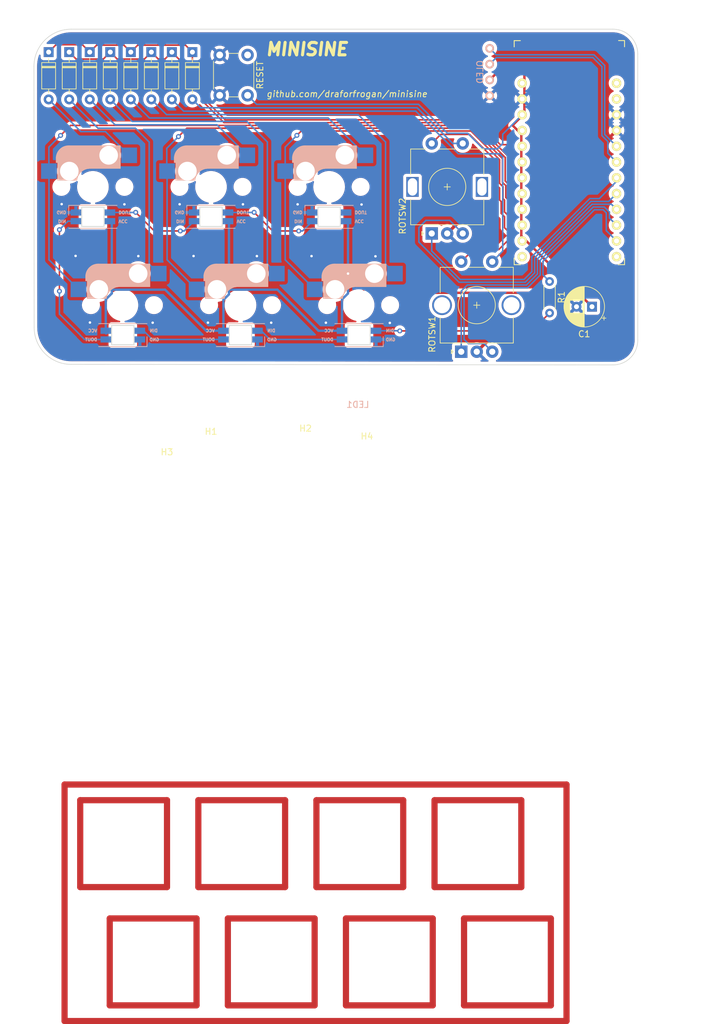
<source format=kicad_pcb>
(kicad_pcb (version 20211014) (generator pcbnew)
  (layers (0 "F.Cu" signal) (31 "B.Cu" signal) (34 "B.Paste" user) (35 "F.Paste" user) (36 "B.SilkS" user "B.Silkscreen") (37 "F.SilkS" user "F.Silkscreen") (38 "B.Mask" user) (39 "F.Mask" user) (44 "Edge.Cuts" user))
  (net 0 "")
  (net 1 "GND")
  (net 2 "Net-(LED4-Pad2)")
  (net 3 "Net-(LED1-Pad2)")
  (net 4 "Net-(LED2-Pad2)")
  (net 5 "Net-(LED3-Pad2)")
  (net 6 "SDA")
  (net 7 "SCL")
  (net 10 "Net-(LED5-Pad2)")
  (net 11 "r0")
  (net 12 "Net-(D1-Pad2)")
  (net 13 "Net-(D2-Pad2)")
  (net 15 "r1")
  (net 17 "Net-(D3-Pad2)")
  (net 18 "SK6812")
  (net 19 "rotarySwitchA_S1")
  (net 20 "Net-(D5-Pad2)")
  (net 21 "Net-(D6-Pad2)")
  (net 22 "r2")
  (net 23 "rotarySwitchA_S2")
  (net 25 "RESET")
  (net 27 "c0")
  (net 28 "c1")
  (net 29 "switchA_pinB")
  (net 30 "switchA_pinA")
  (net 31 "switchB_pinB")
  (net 32 "switchB_pinA")
  (net 33 "Net-(D4-Pad2)")
  (net 34 "Net-(LED1-Pad4)")
  (net 35 "rotarySwitchB_S1")
  (net 36 "c2")
  (net 37 "+5V")
  (footprint "MountingHole:MountingHole_2.2mm_M2_ISO7380" (layer "F.Cu") (at 189.738 131.064)
    (fp_text reference "H3")
    (fp_text value "MountingHole")
  )
  (footprint "ziggys:ProMicro_v3.5 USB C" (layer "F.Cu") (at 254.65 83.378714)
    (fp_text reference "U1" hide)
    (fp_text value "ProMicro" hide)
  )
  (footprint "Button_Switch_THT:SW_PUSH_6mm" (layer "F.Cu") (at 202.75 64.35 -90)
    (fp_text reference "RESET")
    (fp_text value "SW_Push")
  )
  (footprint "ziggys:DIODE NO K" (layer "F.Cu") (at 187.224714 63.89 -90)
    (fp_text reference "D6" hide)
    (fp_text value "D")
  )
  (footprint "kicad-footprints:CherryMX_Hotswap" (layer "F.Cu") (at 220.6625 104.648)
    (fp_text reference "MX6" hide)
    (fp_text value "MX-NoLED" hide)
  )
  (footprint "kicad-footprints:CherryMX_Hotswap" (layer "F.Cu") (at 182.5625 104.648)
    (fp_text reference "MX2" hide)
    (fp_text value "MX-NoLED" hide)
  )
  (footprint "Rotary_Encoder:RotaryEncoder_Alps_EC11E-Switch_Vertical_H20mm" (layer "F.Cu") (at 232.45 93.102 90)
    (fp_text reference "ROTSW2")
    (fp_text value "RotaryEncoder_Switch")
  )
  (footprint "ziggys:DIODE NO K" (layer "F.Cu") (at 180.6 63.89 -90)
    (fp_text reference "D4" hide)
    (fp_text value "D")
  )
  (footprint "MountingHole:MountingHole_2.2mm_M2_ISO7380" (layer "F.Cu") (at 196.85 127.762)
    (fp_text reference "H1")
    (fp_text value "MountingHole")
  )
  (footprint "MountingHole:MountingHole_2.2mm_M2_ISO7380" (layer "F.Cu") (at 212.09 127.254)
    (fp_text reference "H2")
    (fp_text value "MountingHole")
  )
  (footprint "kicad-footprints:CherryMX_Hotswap" (layer "F.Cu") (at 177.8 85.598)
    (fp_text reference "MX1" hide)
    (fp_text value "MX-NoLED" hide)
  )
  (footprint "ziggys:DIODE NO K" (layer "F.Cu") (at 190.537071 63.89 -90)
    (fp_text reference "D7" hide)
    (fp_text value "D")
  )
  (footprint "Capacitor_THT:CP_Radial_D6.3mm_P2.50mm" (layer "F.Cu") (at 258.3 104.9 180)
    (fp_text reference "C1")
    (fp_text value "C_Polarized")
  )
  (footprint "ziggys:DIODE NO K" (layer "F.Cu") (at 183.912357 63.89 -90)
    (fp_text reference "D5" hide)
    (fp_text value "D")
  )
  (footprint "Rotary_Encoder:RotaryEncoder_Alps_EC11E-Switch_Vertical_H20mm_CircularMountingHoles" (layer "F.Cu") (at 237.2125 112.152 90)
    (fp_text reference "ROTSW1")
    (fp_text value "RotaryEncoder_Switch")
  )
  (footprint "kicad-footprints:CherryMX_Hotswap" (layer "F.Cu") (at 196.85 85.598)
    (fp_text reference "MX3" hide)
    (fp_text value "MX-NoLED" hide)
  )
  (footprint "Resistor_THT:R_Axial_DIN0204_L3.6mm_D1.6mm_P5.08mm_Horizontal" (layer "F.Cu") (at 251.46 100.838 -90)
    (fp_text reference "R1")
    (fp_text value "330")
  )
  (footprint "kicad-footprints:CherryMX_Hotswap" (layer "F.Cu") (at 215.9 85.598)
    (fp_text reference "MX5" hide)
    (fp_text value "MX-NoLED" hide)
  )
  (footprint "kicad-footprints:CherryMX_Hotswap" (layer "F.Cu") (at 201.6125 104.648)
    (fp_text reference "MX4" hide)
    (fp_text value "MX-NoLED" hide)
  )
  (footprint "ziggys:DIODE NO K" (layer "F.Cu") (at 173.975286 63.89 -90)
    (fp_text reference "D2" hide)
    (fp_text value "D")
  )
  (footprint "MountingHole:MountingHole_2.2mm_M2_ISO7380" (layer "F.Cu") (at 221.996 128.524)
    (fp_text reference "H4")
    (fp_text value "MountingHole")
  )
  (footprint "ziggys:DIODE NO K" (layer "F.Cu") (at 170.662929 63.89 -90)
    (fp_text reference "D1" hide)
    (fp_text value "D")
  )
  (footprint "ziggys:DIODE NO K" (layer "F.Cu") (at 177.287643 63.89 -90)
    (fp_text reference "D3" hide)
    (fp_text value "D")
  )
  (footprint "ziggys:DIODE NO K" (layer "F.Cu") (at 193.849433 63.89 -90)
    (fp_text reference "D8" hide)
    (fp_text value "D")
  )
  (footprint "kicad-footprints:YS-SK6812MINI-E" (layer "B.Cu") (at 201.6 109.474 180)
    (fp_text reference "LED2" hide)
    (fp_text value "YS-SK6812MINI-E")
    (fp_line (start 1.8 -1.55) (end 1.8 1.55) (layer "Edge.Cuts") (width 0.12))
    (fp_line (start -1.8 -1.55) (end 1.8 -1.55) (layer "Edge.Cuts") (width 0.12))
    (fp_line (start 1.8 1.55) (end -1.8 1.55) (layer "Edge.Cuts") (width 0.12))
    (fp_line (start -1.8 1.55) (end -1.8 -1.55) (layer "Edge.Cuts") (width 0.12))
  )
  (footprint "kicad-footprints:YS-SK6812MINI-E" (layer "B.Cu") (at 182.626 109.474 180)
    (fp_text reference "LED3" hide)
    (fp_text value "YS-SK6812MINI-E")
    (fp_line (start -1.8 1.55) (end -1.8 -1.55) (layer "Edge.Cuts") (width 0.12))
    (fp_line (start -1.8 -1.55) (end 1.8 -1.55) (layer "Edge.Cuts") (width 0.12))
    (fp_line (start 1.8 -1.55) (end 1.8 1.55) (layer "Edge.Cuts") (width 0.12))
    (fp_line (start 1.8 1.55) (end -1.8 1.55) (layer "Edge.Cuts") (width 0.12))
  )
  (footprint "kicad-footprints:YS-SK6812MINI-E" (layer "B.Cu") (at 196.85 90.424)
    (fp_text reference "LED5" hide)
    (fp_text value "YS-SK6812MINI-E")
    (fp_line (start -1.8 1.55) (end -1.8 -1.55) (layer "Edge.Cuts") (width 0.12))
    (fp_line (start 1.8 -1.55) (end 1.8 1.55) (layer "Edge.Cuts") (width 0.12))
    (fp_line (start -1.8 -1.55) (end 1.8 -1.55) (layer "Edge.Cuts") (width 0.12))
    (fp_line (start 1.8 1.55) (end -1.8 1.55) (layer "Edge.Cuts") (width 0.12))
  )
  (footprint "kicad-footprints:YS-SK6812MINI-E" (layer "B.Cu") (at 215.9 90.424)
    (fp_text reference "LED6" hide)
    (fp_text value "YS-SK6812MINI-E")
    (fp_line (start 1.8 -1.55) (end 1.8 1.55) (layer "Edge.Cuts") (width 0.12))
    (fp_line (start -1.8 1.55) (end -1.8 -1.55) (layer "Edge.Cuts") (width 0.12))
    (fp_line (start -1.8 -1.55) (end 1.8 -1.55) (layer "Edge.Cuts") (width 0.12))
    (fp_line (start 1.8 1.55) (end -1.8 1.55) (layer "Edge.Cuts") (width 0.12))
  )
  (footprint "kicad-footprints:YS-SK6812MINI-E" (layer "B.Cu") (at 220.726 109.474 180)
    (fp_text reference "LED1")
    (fp_text value "YS-SK6812MINI-E")
    (fp_line (start -1.8 -1.55) (end 1.8 -1.55) (layer "Edge.Cuts") (width 0.12))
    (fp_line (start 1.8 -1.55) (end 1.8 1.55) (layer "Edge.Cuts") (width 0.12))
    (fp_line (start 1.8 1.55) (end -1.8 1.55) (layer "Edge.Cuts") (width 0.12))
    (fp_line (start -1.8 1.55) (end -1.8 -1.55) (layer "Edge.Cuts") (width 0.12))
  )
  (footprint "kicad-footprints:YS-SK6812MINI-E" (layer "B.Cu") (at 177.8 90.424)
    (fp_text reference "LED4" hide)
    (fp_text value "YS-SK6812MINI-E")
    (fp_line (start -1.8 -1.55) (end 1.8 -1.55) (layer "Edge.Cuts") (width 0.12))
    (fp_line (start 1.8 1.55) (end -1.8 1.55) (layer "Edge.Cuts") (width 0.12))
    (fp_line (start -1.8 1.55) (end -1.8 -1.55) (layer "Edge.Cuts") (width 0.12))
    (fp_line (start 1.8 -1.55) (end 1.8 1.55) (layer "Edge.Cuts") (width 0.12))
  )
  (footprint "kicad-footprints:OLED_v2" (layer "B.Cu") (at 241.8 67.1 -90)
    (fp_text reference "OL1")
    (fp_text value "OLED" hide)
  )
  (gr_line (start 180.515075 203.438497) (end 194.514615 203.438497) (layer "F.Cu") (width 1))
  (gr_line (start 254.190715 219.963904) (end 173.228 219.963904) (layer "F.Cu") (width 1))
  (gr_line (start 194.802615 184.388597) (end 208.801915 184.388597) (layer "F.Cu") (width 1))
  (gr_line (start 227.851915 184.388597) (end 227.851915 198.387997) (layer "F.Cu") (width 1))
  (gr_line (start 199.565115 203.438497) (end 213.564415 203.438497) (layer "F.Cu") (width 1))
  (gr_line (start 194.514615 203.438497) (end 194.514615 217.437957) (layer "F.Cu") (width 1))
  (gr_line (start 213.852615 184.388597) (end 227.851915 184.388597) (layer "F.Cu") (width 1))
  (gr_line (start 175.752565 184.388597) (end 189.752115 184.388597) (layer "F.Cu") (width 1))
  (gr_line (start 218.615115 217.437957) (end 218.615115 203.438497) (layer "F.Cu") (width 1))
  (gr_line (start 237.665115 217.437957) (end 237.665115 203.438497) (layer "F.Cu") (width 1))
  (gr_line (start 213.564415 203.438497) (end 213.564415 217.437957) (layer "F.Cu") (width 1))
  (gr_line (start 232.902615 184.388597) (end 246.901915 184.388597) (layer "F.Cu") (width 1))
  (gr_line (start 194.802615 198.387997) (end 194.802615 184.388597) (layer "F.Cu") (width 1))
  (gr_line (start 254.190715 181.864097) (end 254.190715 219.963904) (layer "F.Cu") (width 1))
  (gr_line (start 208.801915 198.387997) (end 194.802615 198.387997) (layer "F.Cu") (width 1))
  (gr_line (start 189.752115 184.388597) (end 189.752115 198.387997) (layer "F.Cu") (width 1))
  (gr_line (start 175.752565 198.387997) (end 175.752565 184.388597) (layer "F.Cu") (width 1))
  (gr_line (start 213.852615 198.387997) (end 213.852615 184.388597) (layer "F.Cu") (width 1))
  (gr_line (start 246.901915 198.387997) (end 232.902615 198.387997) (layer "F.Cu") (width 1))
  (gr_line (start 251.664415 217.437957) (end 237.665115 217.437957) (layer "F.Cu") (width 1))
  (gr_line (start 246.901915 184.388597) (end 246.901915 198.387997) (layer "F.Cu") (width 1))
  (gr_line (start 199.565115 217.437957) (end 199.565115 203.438497) (layer "F.Cu") (width 1))
  (gr_line (start 208.801915 184.388597) (end 208.801915 198.387997) (layer "F.Cu") (width 1))
  (gr_line (start 218.615115 203.438497) (end 232.614415 203.438497) (layer "F.Cu") (width 1))
  (gr_line (start 180.515075 217.437957) (end 180.515075 203.438497) (layer "F.Cu") (width 1))
  (gr_line (start 227.851915 198.387997) (end 213.852615 198.387997) (layer "F.Cu") (width 1))
  (gr_line (start 251.664415 203.438497) (end 251.664415 217.437957) (layer "F.Cu") (width 1))
  (gr_line (start 237.665115 203.438497) (end 251.664415 203.438497) (layer "F.Cu") (width 1))
  (gr_line (start 232.614415 217.437957) (end 218.615115 217.437957) (layer "F.Cu") (width 1))
  (gr_line (start 189.752115 198.387997) (end 175.752565 198.387997) (layer "F.Cu") (width 1))
  (gr_line (start 173.228 181.864097) (end 254.190715 181.864097) (layer "F.Cu") (width 1))
  (gr_line (start 194.514615 217.437957) (end 180.515075 217.437957) (layer "F.Cu") (width 1))
  (gr_line (start 232.614415 203.438497) (end 232.614415 217.437957) (layer "F.Cu") (width 1))
  (gr_line (start 173.228 219.963904) (end 173.228 181.864097) (layer "F.Cu") (width 1))
  (gr_line (start 213.564415 217.437957) (end 199.565115 217.437957) (layer "F.Cu") (width 1))
  (gr_line (start 232.902615 198.387997) (end 232.902615 184.388597) (layer "F.Cu") (width 1))
  (gr_arc (start 265.683999 110.236) (mid 264.507005 113.119491) (end 261.61516 114.275808) (layer "Edge.Cuts") (width 0.1))
  (gr_arc (start 168.29 66.21) (mid 170.048821 61.955886) (end 174.304151 60.200009) (layer "Edge.Cuts") (width 0.1))
  (gr_line (start 168.29 66.21) (end 168.320004 108.20894) (layer "Edge.Cuts") (width 0.1))
  (gr_line (start 174.304151 60.200009) (end 261.69 60.2) (layer "Edge.Cuts") (width 0.1))
  (gr_line (start 265.679885 64.220303) (end 265.683999 110.236) (layer "Edge.Cuts") (width 0.1))
  (gr_line (start 261.61516 114.275808) (end 174.3 114.189999) (layer "Edge.Cuts") (width 0.1))
  (gr_arc (start 174.3 114.189999) (mid 170.065246 112.444005) (end 168.320004 108.20894) (layer "Edge.Cuts") (width 0.1))
  (gr_arc (start 261.69 60.2) (mid 264.52205 61.379378) (end 265.679885 64.220303) (layer "Edge.Cuts") (width 0.1))
  (gr_text "github.com/draforfrogan/minisine" (at 218.78 70.64) (layer "F.SilkS") (effects (font (size 1 1) (thickness 0.15) italic)))
  (gr_text "MINISINE" (at 212.33 63.43) (layer "F.SilkS") (effects (font (size 2 2) (thickness 0.5) italic)))
  (via (at 191.79 88.4) (size 0.8) (drill 0.4) (layers "F.Cu" "B.Cu") (net 1))
  (via (at 182.88 88.41) (size 0.8) (drill 0.4) (layers "F.Cu" "B.Cu") (net 1))
  (via (at 223.375 96.78) (size 0.8) (drill 0.4) (layers "F.Cu" "B.Cu") (net 1))
  (via (at 206.56 107.48) (size 0.8) (drill 0.4) (layers "F.Cu" "B.Cu") (net 1))
  (via (at 196.35 107.47) (size 0.8) (drill 0.4) (layers "F.Cu" "B.Cu") (net 1))
  (via (at 175.005 96.72) (size 0.8) (drill 0.4) (layers "F.Cu" "B.Cu") (net 1))
  (via (at 210.82 88.41) (size 0.8) (drill 0.4) (layers "F.Cu" "B.Cu") (net 1))
  (via (at 225.69 107.51) (size 0.8) (drill 0.4) (layers "F.Cu" "B.Cu") (net 1))
  (via (at 215.38 107.48) (size 0.8) (drill 0.4) (layers "F.Cu" "B.Cu") (net 1))
  (via (at 221.13 88.44) (size 0.8) (drill 0.4) (layers "F.Cu" "B.Cu") (net 1))
  (via (at 177.32 107.45) (size 0.8) (drill 0.4) (layers "F.Cu" "B.Cu") (net 1))
  (via (at 202 88.41) (size 0.8) (drill 0.4) (layers "F.Cu" "B.Cu") (net 1))
  (via (at 213.065 96.75) (size 0.8) (drill 0.4) (layers "F.Cu" "B.Cu") (net 1))
  (via (at 185.125 96.75) (size 0.8) (drill 0.4) (layers "F.Cu" "B.Cu") (net 1))
  (via (at 187.44 107.48) (size 0.8) (drill 0.4) (layers "F.Cu" "B.Cu") (net 1))
  (via (at 172.76 88.38) (size 0.8) (drill 0.4) (layers "F.Cu" "B.Cu") (net 1))
  (via (at 194.035 96.74) (size 0.8) (drill 0.4) (layers "F.Cu" "B.Cu") (net 1))
  (via (at 204.245 96.75) (size 0.8) (drill 0.4) (layers "F.Cu" "B.Cu") (net 1))
  (segment (start 184.7 89.7) (end 187.7 92.7) (width 0.25) (layer "F.Cu") (net 2))
  (segment (start 187.7 92.7) (end 191.9 92.7) (width 0.25) (layer "F.Cu") (net 2))
  (via (at 191.9 92.7) (size 0.8) (drill 0.4) (layers "F.Cu" "B.Cu") (net 2))
  (via (at 184.7 89.7) (size 0.8) (drill 0.4) (layers "F.Cu" "B.Cu") (net 2))
  (segment (start 192.524 92.7) (end 194.1 91.124) (width 0.25) (layer "B.Cu") (net 2))
  (segment (start 191.9 92.7) (end 192.524 92.7) (width 0.25) (layer "B.Cu") (net 2))
  (segment (start 184.676 89.724) (end 184.7 89.7) (width 0.25) (layer "B.Cu") (net 2))
  (segment (start 180.55 89.724) (end 184.676 89.724) (width 0.25) (layer "B.Cu") (net 2))
  (segment (start 206.349022 110.174) (end 204.949022 108.774) (width 0.25) (layer "B.Cu") (net 3))
  (segment (start 217.976 110.174) (end 206.349022 110.174) (width 0.25) (layer "B.Cu") (net 3))
  (segment (start 187.375022 110.174) (end 185.975022 108.774) (width 0.25) (layer "B.Cu") (net 4))
  (segment (start 198.85 110.174) (end 187.375022 110.174) (width 0.25) (layer "B.Cu") (net 4))
  (segment (start 172.4 102.4) (end 172.4 92.5) (width 0.25) (layer "F.Cu") (net 5))
  (via (at 172.4 102.4) (size 0.8) (drill 0.4) (layers "F.Cu" "B.Cu") (net 5))
  (via (at 172.4 92.5) (size 0.8) (drill 0.4) (layers "F.Cu" "B.Cu") (net 5))
  (segment (start 179.876 110.174) (end 176.437386 110.174) (width 0.25) (layer "B.Cu") (net 5))
  (segment (start 176.437386 110.174) (end 175.763489 109.500103) (width 0.25) (layer "B.Cu") (net 5))
  (segment (start 172.4 106.1) (end 172.4 102.4) (width 0.25) (layer "B.Cu") (net 5))
  (segment (start 173.776 91.124) (end 175.05 91.124) (width 0.25) (layer "B.Cu") (net 5))
  (segment (start 175.763489 109.500103) (end 175.763489 109.463489) (width 0.25) (layer "B.Cu") (net 5))
  (segment (start 175.763489 109.463489) (end 172.4 106.1) (width 0.25) (layer "B.Cu") (net 5))
  (segment (start 172.4 92.5) (end 173.776 91.124) (width 0.25) (layer "B.Cu") (net 5))
  (segment (start 260.35 77.149314) (end 260.35 66.04) (width 0.25) (layer "B.Cu") (net 6))
  (segment (start 242.83048 64.32048) (end 241.8 63.29) (width 0.25) (layer "B.Cu") (net 6))
  (segment (start 260.35 66.04) (end 258.63048 64.32048) (width 0.25) (layer "B.Cu") (net 6))
  (segment (start 258.63048 64.32048) (end 242.83048 64.32048) (width 0.25) (layer "B.Cu") (net 6))
  (segment (start 262.2614 79.060714) (end 260.35 77.149314) (width 0.25) (layer "B.Cu") (net 6))
  (segment (start 242.86 64.77) (end 258.444282 64.77) (width 0.25) (layer "B.Cu") (net 7))
  (segment (start 260.858 78.293032) (end 260.858 80.197314) (width 0.25) (layer "B.Cu") (net 7))
  (segment (start 241.8 65.83) (end 242.86 64.77) (width 0.25) (layer "B.Cu") (net 7))
  (segment (start 260.858 80.197314) (end 262.2614 81.600714) (width 0.25) (layer "B.Cu") (net 7))
  (segment (start 259.90048 77.335512) (end 260.858 78.293032) (width 0.25) (layer "B.Cu") (net 7))
  (segment (start 259.90048 66.226198) (end 259.90048 77.335512) (width 0.25) (layer "B.Cu") (net 7))
  (segment (start 258.444282 64.77) (end 259.90048 66.226198) (width 0.25) (layer "B.Cu") (net 7))
  (segment (start 203.8 89.7) (end 206.8 92.7) (width 0.25) (layer "F.Cu") (net 10))
  (segment (start 206.8 92.7) (end 211 92.7) (width 0.25) (layer "F.Cu") (net 10))
  (via (at 203.8 89.7) (size 0.8) (drill 0.4) (layers "F.Cu" "B.Cu") (net 10))
  (via (at 211 92.7) (size 0.8) (drill 0.4) (layers "F.Cu" "B.Cu") (net 10))
  (segment (start 199.65 89.724) (end 203.776 89.724) (width 0.25) (layer "B.Cu") (net 10))
  (segment (start 211 92.7) (end 211.624 92.7) (width 0.25) (layer "B.Cu") (net 10))
  (segment (start 211.624 92.7) (end 213.2 91.124) (width 0.25) (layer "B.Cu") (net 10))
  (segment (start 203.776 89.724) (end 203.8 89.7) (width 0.25) (layer "B.Cu") (net 10))
  (segment (start 243.523558 78.8) (end 244.922114 78.8) (width 0.25) (layer "F.Cu") (net 11))
  (segment (start 192.724922 62.765489) (end 193.849433 63.89) (width 0.25) (layer "F.Cu") (net 11))
  (segment (start 176.097643 62.7) (end 177.287643 63.89) (width 0.25) (layer "F.Cu") (net 11))
  (segment (start 193.849433 63.913716) (end 193.849433 66.566644) (width 0.25) (layer "F.Cu") (net 11))
  (segment (start 185.036868 62.765489) (end 192.724922 62.765489) (width 0.25) (layer "F.Cu") (net 11))
  (segment (start 195.834 71.500282) (end 199.133718 74.8) (width 0.25) (layer "F.Cu") (net 11))
  (segment (start 178.412154 62.765489) (end 182.787846 62.765489) (width 0.25) (layer "F.Cu") (net 11))
  (segment (start 195.834 68.551211) (end 195.834 71.500282) (width 0.25) (layer "F.Cu") (net 11))
  (segment (start 177.287643 63.89) (end 178.412154 62.765489) (width 0.25) (layer "F.Cu") (net 11))
  (segment (start 170.662929 63.89) (end 171.852929 62.7) (width 0.25) (layer "F.Cu") (net 11))
  (segment (start 193.849433 66.566644) (end 195.834 68.551211) (width 0.25) (layer "F.Cu") (net 11))
  (segment (start 183.912357 63.89) (end 185.036868 62.765489) (width 0.25) (layer "F.Cu") (net 11))
  (segment (start 239.523558 74.8) (end 243.523558 78.8) (width 0.25) (layer "F.Cu") (net 11))
  (segment (start 182.787846 62.765489) (end 183.912357 63.89) (width 0.25) (layer "F.Cu") (net 11))
  (segment (start 244.922114 78.8) (end 245.4914 78.230714) (width 0.25) (layer "F.Cu") (net 11))
  (segment (start 199.133718 74.8) (end 239.523558 74.8) (width 0.25) (layer "F.Cu") (net 11))
  (segment (start 171.852929 62.7) (end 176.097643 62.7) (width 0.25) (layer "F.Cu") (net 11))
  (segment (start 175.852929 76.7) (end 170.662929 71.51) (width 0.25) (layer "B.Cu") (net 12))
  (segment (start 179.824 76.7) (end 175.852929 76.7) (width 0.25) (layer "B.Cu") (net 12))
  (segment (start 183.642 80.518) (end 179.824 76.7) (width 0.25) (layer "B.Cu") (net 12))
  (segment (start 188.4045 99.568) (end 186.8795 98.043) (width 0.25) (layer "B.Cu") (net 13))
  (segment (start 178.615766 76.15048) (end 173.975286 71.51) (width 0.25) (layer "B.Cu") (net 13))
  (segment (start 186.8795 78.3795) (end 184.65048 76.15048) (width 0.25) (layer "B.Cu") (net 13))
  (segment (start 184.65048 76.15048) (end 178.615766 76.15048) (width 0.25) (layer "B.Cu") (net 13))
  (segment (start 186.8795 98.043) (end 186.8795 78.3795) (width 0.25) (layer "B.Cu") (net 13))
  (segment (start 188.334714 65) (end 189.427071 65) (width 0.25) (layer "F.Cu") (net 15))
  (segment (start 180.6 63.89) (end 181.724511 65.014511) (width 0.25) (layer "F.Cu") (net 15))
  (segment (start 181.724511 65.014511) (end 186.100203 65.014511) (width 0.25) (layer "F.Cu") (net 15))
  (segment (start 189.427071 65) (end 190.537071 63.89) (width 0.25) (layer "F.Cu") (net 15))
  (segment (start 198.94752 75.24952) (end 239.33736 75.24952) (width 0.25) (layer "F.Cu") (net 15))
  (segment (start 239.33736 75.24952) (end 244.858554 80.770714) (width 0.25) (layer "F.Cu") (net 15))
  (segment (start 173.975286 63.89) (end 175.099797 65.014511) (width 0.25) (layer "F.Cu") (net 15))
  (segment (start 175.099797 65.014511) (end 179.475489 65.014511) (width 0.25) (layer "F.Cu") (net 15))
  (segment (start 195.38448 68.737409) (end 195.38448 71.68648) (width 0.25) (layer "F.Cu") (net 15))
  (segment (start 187.224714 63.89) (end 188.334714 65) (width 0.25) (layer "F.Cu") (net 15))
  (segment (start 186.100203 65.014511) (end 187.224714 63.89) (width 0.25) (layer "F.Cu") (net 15))
  (segment (start 195.38448 71.68648) (end 198.94752 75.24952) (width 0.25) (layer "F.Cu") (net 15))
  (segment (start 190.537071 63.89) (end 195.38448 68.737409) (width 0.25) (layer "F.Cu") (net 15))
  (segment (start 179.475489 65.014511) (end 180.6 63.89) (width 0.25) (layer "F.Cu") (net 15))
  (segment (start 197.80096 75.60096) (end 181.378603 75.60096) (width 0.25) (layer "B.Cu") (net 17))
  (segment (start 202.7 80.5) (end 197.80096 75.60096) (width 0.25) (layer "B.Cu") (net 17))
  (segment (start 181.378603 75.60096) (end 177.287643 71.51) (width 0.25) (layer "B.Cu") (net 17))
  (segment (start 260.604 92.643314) (end 260.604 89.789718) (width 0.25) (layer "B.Cu") (net 18))
  (segment (start 250.4 99.778) (end 251.46 100.838) (width 0.25) (layer "B.Cu") (net 18))
  (segment (start 260.604 89.789718) (end 260.104036 89.289754) (width 0.25) (layer "B.Cu") (net 18))
  (segment (start 258.690247 89.289754) (end 256.53048 91.44952) (width 0.25) (layer "B.Cu") (net 18))
  (segment (start 250.4 97.58) (end 250.4 99.778) (width 0.25) (layer "B.Cu") (net 18))
  (segment (start 256.53048 91.44952) (end 250.4 97.58) (width 0.25) (layer "B.Cu") (net 18))
  (segment (start 262.2614 94.300714) (end 260.604 92.643314) (width 0.25) (layer "B.Cu") (net 18))
  (segment (start 260.104036 89.289754) (end 258.690247 89.289754) (width 0.25) (layer "B.Cu") (net 18))
  (segment (start 230.094498 72.85336) (end 195.192793 72.85336) (width 0.25) (layer "B.Cu") (net 19))
  (segment (start 237.45 78.602) (end 235.843138 78.602) (width 0.25) (layer "B.Cu") (net 19))
  (segment (start 235.843138 78.602) (end 230.094498 72.85336) (width 0.25) (layer "B.Cu") (net 19))
  (segment (start 195.192793 72.85336) (end 193.849433 71.51) (width 0.25) (layer "B.Cu") (net 19))
  (segment (start 221.7625 80.50675) (end 215.75767 74.50192) (width 0.25) (layer "B.Cu") (net 20))
  (segment (start 186.904277 74.50192) (end 183.912357 71.51) (width 0.25) (layer "B.Cu") (net 20))
  (segment (start 215.75767 74.50192) (end 186.904277 74.50192) (width 0.25) (layer "B.Cu") (net 20))
  (segment (start 220.58415 73.9524) (end 189.667114 73.9524) (width 0.25) (layer "B.Cu") (net 21))
  (segment (start 226.525 99.55675) (end 225 98.03175) (width 0.25) (layer "B.Cu") (net 21))
  (segment (start 225 98.03175) (end 225 78.36825) (width 0.25) (layer "B.Cu") (net 21))
  (segment (start 189.667114 73.9524) (end 187.224714 71.51) (width 0.25) (layer "B.Cu") (net 21))
  (segment (start 225 78.36825) (end 220.58415 73.9524) (width 0.25) (layer "B.Cu") (net 21))
  (segment (start 243.262114 95.7) (end 245.4914 93.470714) (width 0.25) (layer "F.Cu") (net 23))
  (segment (start 242.851441 85.259329) (end 243.40096 85.808848) (width 0.25) (layer "F.Cu") (net 23))
  (segment (start 243.40096 85.808848) (end 243.40096 87.71313) (width 0.25) (layer "F.Cu") (net 23))
  (segment (start 238.551148 77.1476) (end 242.85144 81.447892) (width 0.25) (layer "F.Cu") (net 23))
  (segment (start 239.1645 95.7) (end 243.262114 95.7) (width 0.25) (layer "F.Cu") (net 23))
  (segment (start 242.85144 81.447892) (end 242.851441 85.259329) (width 0.25) (layer "F.Cu") (net 23))
  (segment (start 244.2 92.179314) (end 245.4914 93.470714) (width 0.25) (layer "F.Cu") (net 23))
  (segment (start 232.45 78.602) (end 233.9044 77.1476) (width 0.25) (layer "F.Cu") (net 23))
  (segment (start 243.650481 89.866933) (end 244.2 90.416452) (width 0.25) (layer "F.Cu") (net 23))
  (segment (start 243.65048 87.96265) (end 243.650481 89.866933) (width 0.25) (layer "F.Cu") (net 23))
  (segment (start 243.40096 87.71313) (end 243.65048 87.96265) (width 0.25) (layer "F.Cu") (net 23))
  (segment (start 237.2125 97.652) (end 239.1645 95.7) (width 0.25) (layer "F.Cu") (net 23))
  (segment (start 244.2 90.416452) (end 244.2 92.179314) (width 0.25) (layer "F.Cu") (net 23))
  (segment (start 233.9044 77.1476) (end 238.551148 77.1476) (width 0.25) (layer "F.Cu") (net 23))
  (segment (start 243.023009 79.476991) (end 243.9 78.6) (width 0.25) (layer "B.Cu") (net 25))
  (segment (start 204.20384 72.30384) (end 230.322117 72.303841) (width 0.25) (layer "B.Cu") (net 25))
  (segment (start 234.980276 76.962) (end 238.252 76.962) (width 0.25) (layer "B.Cu") (net 25))
  (segment (start 243.9 78.6) (end 243.9 77.122114) (width 0.25) (layer "B.Cu") (net 25))
  (segment (start 202.75 70.85) (end 204.20384 72.30384) (width 0.25) (layer "B.Cu") (net 25))
  (segment (start 243.9 77.122114) (end 247.0414 73.980714) (width 0.25) (layer "B.Cu") (net 25))
  (segment (start 240.766991 79.476991) (end 243.023009 79.476991) (width 0.25) (layer "B.Cu") (net 25))
  (segment (start 230.322117 72.303841) (end 234.980276 76.962) (width 0.25) (layer "B.Cu") (net 25))
  (segment (start 238.252 76.962) (end 240.766991 79.476991) (width 0.25) (layer "B.Cu") (net 25))
  (segment (start 174.20096 75.69904) (end 239.151161 75.69904) (width 0.25) (layer "F.Cu") (net 27))
  (segment (start 244.3 84.659314) (end 245.4914 85.850714) (width 0.25) (layer "F.Cu") (net 27))
  (segment (start 244.3 80.847879) (end 244.3 84.659314) (width 0.25) (layer "F.Cu") (net 27))
  (segment (start 239.151161 75.69904) (end 244.3 80.847879) (width 0.25) (layer "F.Cu") (net 27))
  (segment (start 172.585 77.315) (end 174.20096 75.69904) (width 0.25) (layer "F.Cu") (net 27))
  (via (at 172.585 77.315) (size 0.8) (drill 0.4) (layers "F.Cu" "B.Cu") (net 27))
  (segment (start 170.7 79.2) (end 172.585 77.315) (width 0.25) (layer "B.Cu") (net 27))
  (segment (start 175.4775 102.108) (end 170.715 97.3455) (width 0.25) (layer "B.Cu") (net 27))
  (segment (start 170.7 83.073) (end 170.7 79.2) (width 0.25) (layer "B.Cu") (net 27))
  (segment (start 170.715 97.3455) (end 170.715 83.058) (width 0.25) (layer "B.Cu") (net 27))
  (segment (start 244.4 85.395032) (end 244.4 87.299314) (width 0.25) (layer "F.Cu") (net 28))
  (segment (start 243.85048 84.845512) (end 244.4 85.395032) (width 0.25) (layer "F.Cu") (net 28))
  (segment (start 191.6 77.5) (end 192.95144 76.14856) (width 0.25) (layer "F.Cu") (net 28))
  (segment (start 238.964963 76.14856) (end 243.85048 81.034077) (width 0.25) (layer "F.Cu") (net 28))
  (segment (start 243.85048 81.034077) (end 243.85048 84.845512) (width 0.25) (layer "F.Cu") (net 28))
  (segment (start 244.4 87.299314) (end 245.4914 88.390714) (width 0.25) (layer "F.Cu") (net 28))
  (segment (start 192.95144 76.14856) (end 238.964963 76.14856) (width 0.25) (layer "F.Cu") (net 28))
  (via (at 191.6 77.5) (size 0.8) (drill 0.4) (layers "F.Cu" "B.Cu") (net 28))
  (segment (start 189.715 79.385) (end 191.6 77.5) (width 0.25) (layer "B.Cu") (net 28))
  (segment (start 194.5275 102.108) (end 189.765 97.3455) (width 0.25) (layer "B.Cu") (net 28))
  (segment (start 189.765 97.3455) (end 189.765 83.058) (width 0.25) (layer "B.Cu") (net 28))
  (segment (start 189.715 83.258) (end 189.715 79.385) (width 0.25) (layer "B.Cu") (net 28))
  (segment (start 237.45 93.102) (end 235.348 91) (width 0.25) (layer "B.Cu") (net 29))
  (segment (start 235.348 91) (end 231.513 91) (width 0.25) (layer "B.Cu") (net 29))
  (segment (start 261.00092 87.941194) (end 262.2614 86.680714) (width 0.25) (layer "B.Cu") (net 29))
  (segment (start 236.84496 100.95496) (end 247.531604 100.95496) (width 0.25) (layer "B.Cu") (net 29))
  (segment (start 230.378 94.488) (end 236.84496 100.95496) (width 0.25) (layer "B.Cu") (net 29))
  (segment (start 231.513 91) (end 230.378 92.135) (width 0.25) (layer "B.Cu") (net 29))
  (segment (start 249.05144 97.021408) (end 258.131654 87.941194) (width 0.25) (layer "B.Cu") (net 29))
  (segment (start 249.05144 99.435124) (end 249.05144 97.021408) (width 0.25) (layer "B.Cu") (net 29))
  (segment (start 247.531604 100.95496) (end 249.05144 99.435124) (width 0.25) (layer "B.Cu") (net 29))
  (segment (start 230.378 92.135) (end 230.378 94.488) (width 0.25) (layer "B.Cu") (net 29))
  (segment (start 258.131654 87.941194) (end 261.00092 87.941194) (width 0.25) (layer "B.Cu") (net 29))
  (segment (start 248.60192 99.248926) (end 248.60192 96.835212) (width 0.25) (layer "B.Cu") (net 30))
  (segment (start 257.945458 87.491674) (end 259.472326 87.491674) (width 0.25) (layer "B.Cu") (net 30))
  (segment (start 232.45 95.924282) (end 237.031158 100.50544) (width 0.25) (layer "B.Cu") (net 30))
  (segment (start 247.345406 100.50544) (end 248.60192 99.248926) (width 0.25) (layer "B.Cu") (net 30))
  (segment (start 232.45 93.102) (end 232.45 95.924282) (width 0.25) (layer "B.Cu") (net 30))
  (segment (start 237.031158 100.50544) (end 247.345406 100.50544) (width 0.25) (layer "B.Cu") (net 30))
  (segment (start 259.472326 87.491674) (end 262.2614 84.7026) (width 0.25) (layer "B.Cu") (net 30))
  (segment (start 262.2614 84.7026) (end 262.2614 84.140714) (width 0.25) (layer "B.Cu") (net 30))
  (segment (start 248.60192 96.835212) (end 257.945458 87.491674) (width 0.25) (layer "B.Cu") (net 30))
  (segment (start 260.290234 88.840234) (end 258.504049 88.840234) (width 0.25) (layer "B.Cu") (net 31))
  (segment (start 237.66202 102.571698) (end 237.66202 110.15402) (width 0.25) (layer "B.Cu") (net 31))
  (segment (start 258.504049 88.840234) (end 256.08096 91.263322) (width 0.25) (layer "B.Cu") (net 31))
  (segment (start 262.2614 91.760714) (end 261.112 90.611314) (width 0.25) (layer "B.Cu") (net 31))
  (segment (start 249.95048 99.80752) (end 247.904 101.854) (width 0.25) (layer "B.Cu") (net 31))
  (segment (start 249.95048 97.393803) (end 249.95048 99.80752) (width 0.25) (layer "B.Cu") (net 31))
  (segment (start 240.887989 110.827489) (end 242.2125 112.152) (width 0.25) (layer "B.Cu") (net 31))
  (segment (start 238.335489 110.827489) (end 240.887989 110.827489) (width 0.25) (layer "B.Cu") (net 31))
  (segment (start 237.66202 110.15402) (end 238.335489 110.827489) (width 0.25) (layer "B.Cu") (net 31))
  (segment (start 261.112 89.662) (end 260.290234 88.840234) (width 0.25) (layer "B.Cu") (net 31))
  (segment (start 261.112 90.611314) (end 261.112 89.662) (width 0.25) (layer "B.Cu") (net 31))
  (segment (start 247.904 101.854) (end 238.379718 101.854) (width 0.25) (layer "B.Cu") (net 31))
  (segment (start 238.379718 101.854) (end 237.66202 102.571698) (width 0.25) (layer "B.Cu") (net 31))
  (segment (start 256.08096 91.263322) (end 249.95048 97.393803) (width 0.25) (layer "B.Cu") (net 31))
  (segment (start 247.717802 101.40448) (end 249.50096 99.621322) (width 0.25) (layer "B.Cu") (net 32))
  (segment (start 258.317851 88.390714) (end 261.4314 88.390714) (width 0.25) (layer "B.Cu") (net 32))
  (segment (start 261.4314 88.390714) (end 262.2614 89.220714) (width 0.25) (layer "B.Cu") (net 32))
  (segment (start 249.50096 99.621322) (end 249.50096 97.207605) (width 0.25) (layer "B.Cu") (net 32))
  (segment (start 237.2125 102.3855) (end 238.19352 101.40448) (width 0.25) (layer "B.Cu") (net 32))
  (segment (start 238.19352 101.40448) (end 247.717802 101.40448) (width 0.25) (layer "B.Cu") (net 32))
  (segment (start 249.50096 97.207605) (end 258.317851 88.390714) (width 0.25) (layer "B.Cu") (net 32))
  (segment (start 237.2125 112.152) (end 237.2125 102.3855) (width 0.25) (layer "B.Cu") (net 32))
  (segment (start 207.4625 99.55) (end 205.9375 98.025) (width 0.25) (layer "B.Cu") (net 33))
  (segment (start 205.9375 78.3615) (end 202.62744 75.05144) (width 0.25) (layer "B.Cu") (net 33))
  (segment (start 205.9375 98.025) (end 205.9375 78.3615) (width 0.25) (layer "B.Cu") (net 33))
  (segment (start 184.14144 75.05144) (end 180.6 71.51) (width 0.25) (layer "B.Cu") (net 33))
  (segment (start 202.62744 75.05144) (end 184.14144 75.05144) (width 0.25) (layer "B.Cu") (net 33))
  (segment (start 248.578 108.8) (end 227.3 108.8) (width 0.25) (layer "F.Cu") (net 34))
  (segment (start 251.46 105.918) (end 248.578 108.8) (width 0.25) (layer "F.Cu") (net 34))
  (via (at 227.3 108.8) (size 0.8) (drill 0.4) (layers "F.Cu" "B.Cu") (net 34))
  (segment (start 227.3 108.8) (end 227.274 108.774) (width 0.25) (layer "B.Cu") (net 34))
  (segment (start 227.274 108.774) (end 223.476 108.774) (width 0.25) (layer "B.Cu") (net 34))
  (segment (start 229.86688 73.40288) (end 192.429951 73.40288) (width 0.25) (layer "B.Cu") (net 35))
  (segment (start 243.9 80.8) (end 243.364 80.264) (width 0.25) (layer "B.Cu") (net 35))
  (segment (start 243.364 80.264) (end 236.728 80.264) (width 0.25) (layer "B.Cu") (net 35))
  (segment (start 242.2125 97.652) (end 243.9 95.9645) (width 0.25) (layer "B.Cu") (net 35))
  (segment (start 192.429951 73.40288) (end 190.537071 71.51) (width 0.25) (layer "B.Cu") (net 35))
  (segment (start 243.9 95.9645) (end 243.9 80.8) (width 0.25) (layer "B.Cu") (net 35))
  (segment (start 236.728 80.264) (end 229.86688 73.40288) (width 0.25) (layer "B.Cu") (net 35))
  (segment (start 244.2 87.735032) (end 244.2 89.639314) (width 0.25) (layer "F.Cu") (net 36))
  (segment (start 243.40096 81.220274) (end 243.400959 81.675511) (width 0.25) (layer "F.Cu") (net 36))
  (segment (start 210.7 77.3) (end 211.40192 76.59808) (width 0.25) (layer "F.Cu") (net 36))
  (segment (start 211.40192 76.59808) (end 238.778767 76.598081) (width 0.25) (layer "F.Cu") (net 36))
  (segment (start 244.2 89.639314) (end 245.4914 90.930714) (width 0.25) (layer "F.Cu") (net 36))
  (segment (start 243.400959 81.675511) (end 243.400961 85.031711) (width 0.25) (layer "F.Cu") (net 36))
  (segment (start 243.400961 85.031711) (end 243.95048 85.58123) (width 0.25) (layer "F.Cu") (net 36))
  (segment (start 243.95048 87.485512) (end 244.2 87.735032) (width 0.25) (layer "F.Cu") (net 36))
  (segment (start 238.778767 76.598081) (end 243.40096 81.220274) (width 0.25) (layer "F.Cu") (net 36))
  (segment (start 243.95048 85.58123) (end 243.95048 87.485512) (width 0.25) (layer "F.Cu") (net 36))
  (via (at 210.7 77.3) (size 0.8) (drill 0.4) (layers "F.Cu" "B.Cu") (net 36))
  (segment (start 213.5775 102.108) (end 208.815 97.3455) (width 0.25) (layer "B.Cu") (net 36))
  (segment (start 208.815 79.185) (end 210.7 77.3) (width 0.25) (layer "B.Cu") (net 36))
  (segment (start 208.815 83.058) (end 208.815 79.185) (width 0.25) (layer "B.Cu") (net 36))
  (segment (start 208.815 97.3455) (end 208.815 83.058) (width 0.25) (layer "B.Cu") (net 36))
  (segment (start 258.3 104.9) (end 256.061989 102.661989) (width 0.381) (layer "F.Cu") (net 37))
  (segment (start 246.4 66.3) (end 247.4 67.3) (width 0.381) (layer "F.Cu") (net 37))
  (segment (start 243.87 66.3) (end 246.4 66.3) (width 0.381) (layer "F.Cu") (net 37))
  (segment (start 247.4 67.3) (end 247.4 73.782114) (width 0.381) (layer "F.Cu") (net 37))
  (segment (start 229.915989 102.661989) (end 229.362 102.108) (width 0.381) (layer "F.Cu") (net 37))
  (segment (start 256.061989 102.661989) (end 229.915989 102.661989) (width 0.381) (layer "F.Cu") (net 37))
  (segment (start 229.362 102.108) (end 221.488 102.108) (width 0.381) (layer "F.Cu") (net 37))
  (segment (start 221.488 102.108) (end 218.948 99.568) (width 0.381) (layer "F.Cu") (net 37))
  (segment (start 229.362 102.108) (end 229.312021 102.157979) (width 0.381) (layer "F.Cu") (net 37))
  (segment (start 241.8 68.37) (end 243.87 66.3) (width 0.381) (layer "F.Cu") (net 37))
  (segment (start 247.4 73.782114) (end 245.4914 75.690714) (width 0.381) (layer "F.Cu") (net 37))
  (segment (start 246.9 93.5) (end 246.9 77.099314) (width 0.381) (layer "F.Cu") (net 37))
  (segment (start 258.3 104.9) (end 246.9 93.5) (width 0.381) (layer "F.Cu") (net 37))
  (segment (start 246.9 77.099314) (end 245.4914 75.690714) (width 0.381) (layer "F.Cu") (net 37))
  (via (at 218.948 99.568) (size 0.8) (drill 0.4) (layers "F.Cu" "B.Cu") (net 37))
  (segment (start 214.122 108.712) (end 214.184 108.774) (width 0.381) (layer "B.Cu") (net 37))
  (segment (start 179.876 108.774) (end 179.876 103.728105) (width 0.381) (layer "B.Cu") (net 37))
  (segment (start 196.064 108.774) (end 189.447979 102.157979) (width 0.381) (layer "B.Cu") (net 37))
  (segment (start 180.848 102.108) (end 180.848 91.422) (width 0.381) (layer "B.Cu") (net 37))
  (segment (start 199.947979 102.157979) (end 199.742521 101.952521) (width 0.381) (layer "B.Cu") (net 37))
  (segment (start 198.85 108.774) (end 196.064 108.774) (width 0.381) (layer "B.Cu") (net 37))
  (segment (start 199.742521 101.952521) (end 199.742521 91.266521) (width 0.381) (layer "B.Cu") (net 37))
  (segment (start 198.85 103.804105) (end 199.742521 102.911584) (width 0.381) (layer "B.Cu") (net 37))
  (segment (start 217.976 108.774) (end 217.976 103.728105) (width 0.381) (layer "B.Cu") (net 37))
  (segment (start 180.848 91.422) (end 180.55 91.124) (width 0.381) (layer "B.Cu") (net 37))
  (segment (start 198.85 108.774) (end 198.85 103.804105) (width 0.381) (layer "B.Cu") (net 37))
  (segment (start 199.742521 102.911584) (end 199.742521 101.952521) (width 0.381) (layer "B.Cu") (net 37))
  (segment (start 214.184 108.774) (end 217.976 108.774) (width 0.381) (layer "B.Cu") (net 37))
  (segment (start 218.948 102.756105) (end 218.948 99.568) (width 0.381) (layer "B.Cu") (net 37))
  (segment (start 180.897979 102.157979) (end 180.848 102.108) (width 0.381) (layer "B.Cu") (net 37))
  (segment (start 199.742521 91.266521) (end 199.6 91.124) (width 0.381) (layer "B.Cu") (net 37))
  (segment (start 189.447979 102.157979) (end 180.897979 102.157979) (width 0.381) (layer "B.Cu") (net 37))
  (segment (start 218.948 91.422) (end 218.65 91.124) (width 0.381) (layer "B.Cu") (net 37))
  (segment (start 180.848 102.756105) (end 180.848 102.108) (width 0.381) (layer "B.Cu") (net 37))
  (segment (start 179.876 103.728105) (end 180.848 102.756105) (width 0.381) (layer "B.Cu") (net 37))
  (segment (start 214.122 108.712) (end 207.567979 102.157979) (width 0.381) (layer "B.Cu") (net 37))
  (segment (start 179.912 109.2) (end 180.138 108.974) (width 0.381) (layer "B.Cu") (net 37))
  (segment (start 217.976 103.728105) (end 218.948 102.756105) (width 0.381) (layer "B.Cu") (net 37))
  (segment (start 207.567979 102.157979) (end 199.947979 102.157979) (width 0.381) (layer "B.Cu") (net 37))
  (segment (start 218.948 99.568) (end 218.948 91.422) (width 0.381) (layer "B.Cu") (net 37))
  (zone (net 1) (net_name "GND") (layer "F.Cu") (connect_pads (clearance 0.508)) (min_thickness 0.254) (fill yes (thermal_gap 0.508) (thermal_bridge_width 0.508))
    (polygon (pts (xy 275.016 123.632) (xy 162.814 123.632) (xy 162.814 55.498) (xy 275.016 55.498)))
  )
  (zone (net 1) (net_name "GND") (layer "B.Cu") (connect_pads (clearance 0.508)) (min_thickness 0.254) (fill yes (thermal_gap 0.508) (thermal_bridge_width 0.508))
    (polygon (pts (xy 277.016 123.632) (xy 162.814 123.632) (xy 162.814 55.598) (xy 277.016 55.598)))
  )
)
</source>
